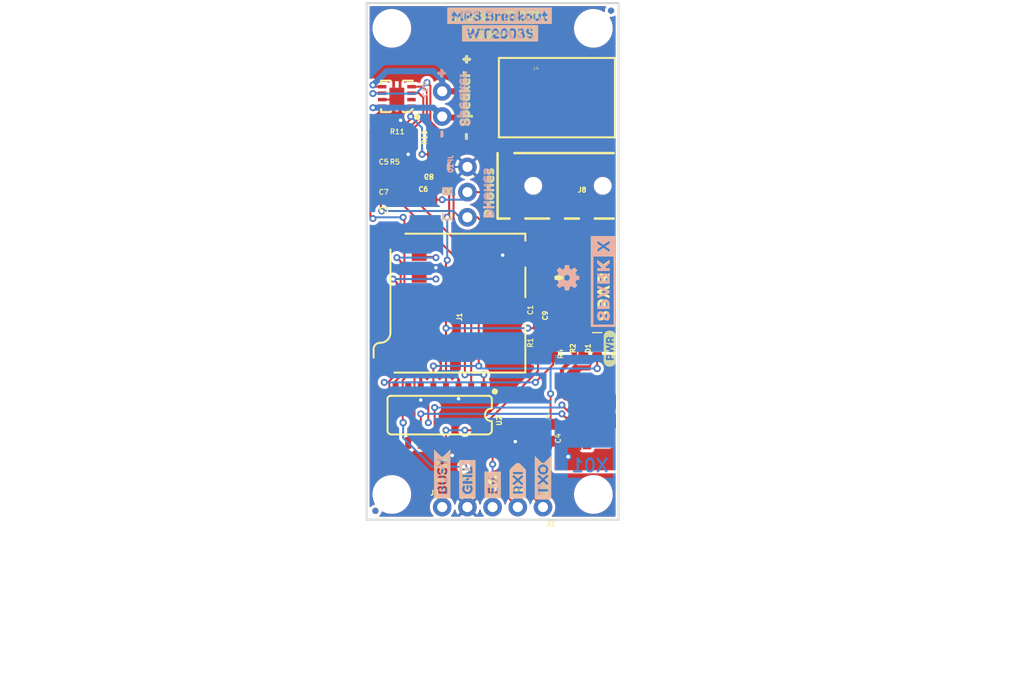
<source format=kicad_pcb>
(kicad_pcb (version 20211014) (generator pcbnew)
  (layers (0 "F.Cu" signal) (31 "B.Cu" signal) (34 "B.Paste" user) (35 "F.Paste" user) (36 "B.SilkS" user "B.Silkscreen") (37 "F.SilkS" user "F.Silkscreen") (38 "B.Mask" user) (39 "F.Mask" user) (44 "Edge.Cuts" user))
  (net 0 "")
  (net 1 "GND")
  (net 2 "SD_CMD")
  (net 3 "SD_CLK")
  (net 4 "SD_DAT")
  (net 5 "OUT+")
  (net 6 "OUT-")
  (net 7 "~{SDN}")
  (net 8 "IN-AMP")
  (net 9 "IN+AMP")
  (net 10 "N$8")
  (net 11 "N$9")
  (net 12 "5V")
  (net 13 "D-")
  (net 14 "D+")
  (net 15 "MP3-TXO")
  (net 16 "MP3-RXI")
  (net 17 "VCCIO")
  (net 18 "ADKEY")
  (net 19 "VOUTR")
  (net 20 "VOUTL")
  (net 21 "N$5")
  (net 22 "AC-L")
  (net 23 "AC-R")
  (net 24 "N$1")
  (net 25 "SHLD")
  (footprint "eagleBoard:L12" (layer "F.Cu") (at 143.9291 101.8286 90)
    (fp_text reference "U$41" hide)
    (fp_text value "" hide)
  )
  (footprint "eagleBoard:0603" (layer "F.Cu") (at 141.5161 97.2566)
    (fp_text reference "C8")
    (fp_text value "0.1uF")
  )
  (footprint "eagleBoard:1X04_NO_SILK" (layer "F.Cu") (at 153.5811 129.7686 180)
    (fp_text reference "J2")
    (fp_text value "Header")
  )
  (footprint "eagleBoard:STAND-OFF" (layer "F.Cu") (at 138.3411 81.5086)
    (fp_text reference "JP4" hide)
    (fp_text value "STAND-OFF" hide)
  )
  (footprint "eagleBoard:SPEAKER1" (layer "F.Cu") (at 145.7071 92.3036 90)
    (fp_text reference "U$20" hide)
    (fp_text value "" hide)
  )
  (footprint "eagleBoard:#6" (layer "F.Cu") (at 143.8021 97.0026 90)
    (fp_text reference "U$10" hide)
    (fp_text value "" hide)
  )
  (footprint "eagleBoard:0603" (layer "F.Cu") (at 138.0871 95.7326)
    (fp_text reference "R5")
    (fp_text value "10k")
  )
  (footprint "eagleBoard:1X02_POKEHOME" (layer "F.Cu") (at 153.8351 88.4936 180)
    (fp_text reference "J4")
    (fp_text value "Poke-Home")
  )
  (footprint "eagleBoard:1X01_NO_SILK" (layer "F.Cu") (at 143.4211 129.7686)
    (fp_text reference "J3")
    (fp_text value "")
  )
  (footprint "eagleBoard:CREATIVE_COMMONS" (layer "F.Cu") (at 119.1641 146.9136)
    (fp_text reference "FRAME1" hide)
    (fp_text value "FRAME-LETTER" hide)
  )
  (footprint "eagleBoard:MP3_BREAKOUT0" (layer "F.Cu") (at 143.4211 80.2386)
    (fp_text reference "U$12" hide)
    (fp_text value "" hide)
  )
  (footprint "eagleBoard:AUDIO_JACK_3.5MM_TRRS_SMD_RA" (layer "F.Cu") (at 161.2011 97.3836 180)
    (fp_text reference "J8")
    (fp_text value "3.5mm Audio")
  )
  (footprint "eagleBoard:5V0" (layer "F.Cu") (at 148.5011 129.3876 90)
    (fp_text reference "U$29" hide)
    (fp_text value "" hide)
  )
  (footprint "eagleBoard:RXI0" (layer "F.Cu") (at 151.0411 129.3876 90)
    (fp_text reference "U$23" hide)
    (fp_text value "" hide)
  )
  (footprint "eagleBoard:STAND-OFF" (layer "F.Cu") (at 158.6611 128.4986)
    (fp_text reference "JP11" hide)
    (fp_text value "STAND-OFF" hide)
  )
  (footprint "eagleBoard:0603" (layer "F.Cu") (at 154.5971 113.7666 -90)
    (fp_text reference "R4")
    (fp_text value "2.2k")
  )
  (footprint "eagleBoard:BUSY0" (layer "F.Cu") (at 143.4211 129.3876 90)
    (fp_text reference "U$13" hide)
    (fp_text value "" hide)
  )
  (footprint "eagleBoard:LED-0603" (layer "F.Cu") (at 159.0421 113.7666 90)
    (fp_text reference "D1")
    (fp_text value "RED")
  )
  (footprint "eagleBoard:WT2003S0" (layer "F.Cu") (at 144.9451 82.0166)
    (fp_text reference "U$26" hide)
    (fp_text value "" hide)
  )
  (footprint "eagleBoard:0603" (layer "F.Cu") (at 142.4051 93.3196 90)
    (fp_text reference "R10")
    (fp_text value "10k" hide)
  )
  (footprint "eagleBoard:0603" (layer "F.Cu") (at 138.0871 94.2086 180)
    (fp_text reference "C5")
    (fp_text value "1.0uF")
  )
  (footprint "eagleBoard:SO16" (layer "F.Cu") (at 143.1671 120.4976 180)
    (fp_text reference "U2")
    (fp_text value "WT2003S")
  )
  (footprint "eagleBoard:RXI0" (layer "F.Cu") (at 151.0411 129.3876 90)
    (fp_text reference "U$7" hide)
    (fp_text value "" hide)
  )
  (footprint "eagleBoard:0603" (layer "F.Cu") (at 157.6451 113.7666 90)
    (fp_text reference "R2")
    (fp_text value "1k")
  )
  (footprint "eagleBoard:0603" (layer "F.Cu") (at 141.5161 98.7806)
    (fp_text reference "C6")
    (fp_text value "0.22uF")
  )
  (footprint "eagleBoard:QFN-8_PAD" (layer "F.Cu") (at 138.8491 88.3666 90)
    (fp_text reference "U1" hide)
    (fp_text value "TPA2005D1" hide)
  )
  (footprint "eagleBoard:0603" (layer "F.Cu") (at 154.3431 122.2756 -90)
    (fp_text reference "C4")
    (fp_text value "1.0uF")
  )
  (footprint "eagleBoard:TXO0" (layer "F.Cu") (at 153.5811 129.5146 90)
    (fp_text reference "U$6" hide)
    (fp_text value "" hide)
  )
  (footprint "eagleBoard:STAND-OFF" (layer "F.Cu") (at 138.3411 128.4986)
    (fp_text reference "JP13" hide)
    (fp_text value "STAND-OFF" hide)
  )
  (footprint "eagleBoard:STAND-OFF" (layer "F.Cu") (at 158.6611 81.5086)
    (fp_text reference "JP3" hide)
    (fp_text value "STAND-OFF" hide)
  )
  (footprint "eagleBoard:0603" (layer "F.Cu") (at 138.0871 98.7806 180)
    (fp_text reference "C3")
    (fp_text value "0.22uF")
  )
  (footprint "eagleBoard:#6" (layer "F.Cu") (at 145.5801 93.9546 90)
    (fp_text reference "U$25" hide)
    (fp_text value "" hide)
  )
  (footprint "eagleBoard:R11" (layer "F.Cu") (at 143.9291 99.2886 90)
    (fp_text reference "U$39" hide)
    (fp_text value "" hide)
  )
  (footprint "eagleBoard:0603" (layer "F.Cu") (at 141.5161 95.7326 180)
    (fp_text reference "R9")
    (fp_text value "10k")
  )
  (footprint "eagleBoard:0603" (layer "F.Cu") (at 138.0871 97.2566 180)
    (fp_text reference "C7")
    (fp_text value "0.1uF")
  )
  (footprint "eagleBoard:SPARKX-MEDIUM" (layer "F.Cu") (at 159.6771 107.0356 90)
    (fp_text reference "U$2" hide)
    (fp_text value "SPARKX-LOGO4" hide)
  )
  (footprint "eagleBoard:GND1" (layer "F.Cu") (at 145.9611 129.3876 90)
    (fp_text reference "U$22" hide)
    (fp_text value "" hide)
  )
  (footprint "eagleBoard:MICRO-FIDUCIAL" (layer "F.Cu") (at 160.4391 79.7306)
    (fp_text reference "JP1" hide)
    (fp_text value "FIDUCIALUFIDUCIAL" hide)
  )
  (footprint "eagleBoard:PWR-()-03" (layer "F.Cu") (at 160.3121 115.6716 90)
    (fp_text reference "U$17" hide)
    (fp_text value "" hide)
  )
  (footprint "eagleBoard:MICRO-SD-SOCKET" (layer "F.Cu") (at 151.8031 102.2096 90)
    (fp_text reference "J1")
    (fp_text value "MICRO-SD")
  )
  (footprint "eagleBoard:#5" (layer "F.Cu") (at 145.7071 86.2076 90)
    (fp_text reference "U$28" hide)
    (fp_text value "" hide)
  )
  (footprint "eagleBoard:USB-MICROB-PTH-MILL" (layer "F.Cu") (at 157.0101 120.1166 90)
    (fp_text reference "J6")
    (fp_text value "")
  )
  (footprint "eagleBoard:0603" (layer "F.Cu") (at 138.0871 92.6846)
    (fp_text reference "R11")
    (fp_text value "4.7k" hide)
  )
  (footprint "eagleBoard:MICRO-FIDUCIAL" (layer "F.Cu") (at 136.6901 130.1496)
    (fp_text reference "JP5" hide)
    (fp_text value "FIDUCIALUFIDUCIAL" hide)
  )
  (footprint "eagleBoard:0603" (layer "F.Cu") (at 153.0731 110.4646 90)
    (fp_text reference "C1")
    (fp_text value "10uF")
  )
  (footprint "eagleBoard:PHONES0" (layer "F.Cu") (at 148.1201 101.7016 90)
    (fp_text reference "U$40" hide)
    (fp_text value "" hide)
  )
  (footprint "eagleBoard:OSHW-LOGO-MINI" (layer "F.Cu") (at 155.9941 106.6546 90)
    (fp_text reference "LOGO1" hide)
    (fp_text value "OSHW-LOGOMINI" hide)
  )
  (footprint "eagleBoard:0603" (layer "F.Cu") (at 153.0731 113.7666 90)
    (fp_text reference "R1")
    (fp_text value "10k")
  )
  (footprint "eagleBoard:0603" (layer "F.Cu") (at 154.8511 110.4646 90)
    (fp_text reference "C9")
    (fp_text value "1.0uF")
  )
  (footprint "eagleBoard:SPEAKER1" (layer "B.Cu") (at 145.7071 92.3036 90)
    (fp_text reference "U$18" hide)
    (fp_text value "" hide)
  )
  (footprint "eagleBoard:R11" (layer "B.Cu") (at 143.9291 99.2886 90)
    (fp_text reference "U$4" hide)
    (fp_text value "" hide)
  )
  (footprint "eagleBoard:#6" (layer "B.Cu") (at 143.6751 93.7006 90)
    (fp_text reference "U$21" hide)
    (fp_text value "" hide)
  )
  (footprint "eagleBoard:RXI0" (layer "B.Cu") (at 151.0411 129.3876 90)
    (fp_text reference "U$8" hide)
    (fp_text value "" hide)
  )
  (footprint "eagleBoard:1X03_NO_SILK" (layer "B.Cu") (at 145.9611 95.4786 -90)
    (fp_text reference "JP10")
    (fp_text value "PTH")
  )
  (footprint "eagleBoard:MICRO-FIDUCIAL" (layer "B.Cu") (at 160.4391 79.7306 180)
    (fp_text reference "JP6" hide)
    (fp_text value "FIDUCIALUFIDUCIAL" hide)
  )
  (footprint "eagleBoard:5V0" (layer "B.Cu") (at 148.5011 129.3876 90)
    (fp_text reference "U$30" hide)
    (fp_text value "" hide)
  )
  (footprint "eagleBoard:OSHW-LOGO-MINI@1" (layer "B.Cu") (at 155.9941 106.6546 90)
    (fp_text reference "LOGO2" hide)
    (fp_text value "OSHW-LOGOMINI" hide)
  )
  (footprint "eagleBoard:L12" (layer "B.Cu") (at 143.9291 101.8286 90)
    (fp_text reference "U$3" hide)
    (fp_text value "" hide)
  )
  (footprint "eagleBoard:BUSY0" (layer "B.Cu") (at 143.4211 129.3876 90)
    (fp_text reference "U$14" hide)
    (fp_text value "" hide)
  )
  (footprint "eagleBoard:SPARKX-MEDIUM" (layer "B.Cu") (at 159.6771 107.0356 90)
    (fp_text reference "U$11" hide)
    (fp_text value "SPARKX-LOGO4" hide)
  )
  (footprint "eagleBoard:MP3_BREAKOUT0" (layer "B.Cu") (at 154.9781 80.2386 180)
    (fp_text reference "U$24" hide)
    (fp_text value "" hide)
  )
  (footprint "eagleBoard:GND1" (layer "B.Cu") (at 145.9611 129.3876 90)
    (fp_text reference "U$1" hide)
    (fp_text value "" hide)
  )
  (footprint "eagleBoard:#6" (layer "B.Cu") (at 144.3101 97.0026 90)
    (fp_text reference "U$15" hide)
    (fp_text value "" hide)
  )
  (footprint "eagleBoard:PHONES0" (layer "B.Cu") (at 148.1201 101.7016 90)
    (fp_text reference "U$16" hide)
    (fp_text value "" hide)
  )
  (footprint "eagleBoard:1X02_NO_SILK" (layer "B.Cu") (at 143.4211 87.8586 -90)
    (fp_text reference "JP12")
    (fp_text value "PTH")
  )
  (footprint "eagleBoard:#5" (layer "B.Cu") (at 143.5481 87.6046 90)
    (fp_text reference "U$19" hide)
    (fp_text value "" hide)
  )
  (footprint "eagleBoard:MICRO-FIDUCIAL" (layer "B.Cu") (at 136.6901 130.1496 180)
    (fp_text reference "JP2" hide)
    (fp_text value "FIDUCIALUFIDUCIAL" hide)
  )
  (footprint "eagleBoard:WT2003S0" (layer "B.Cu") (at 153.5811 82.0166 180)
    (fp_text reference "U$27" hide)
    (fp_text value "" hide)
  )
  (footprint "eagleBoard:TXO0" (layer "B.Cu") (at 153.5811 129.5146 90)
    (fp_text reference "U$9" hide)
    (fp_text value "" hide)
  )
  (gr_line (start 135.8011 131.0386) (end 161.2011 131.0386) (layer "Edge.Cuts") (width 0.2032))
  (gr_line (start 161.2011 78.9686) (end 135.8011 78.9686) (layer "Edge.Cuts") (width 0.2032))
  (gr_line (start 135.8011 78.9686) (end 135.8011 131.0386) (layer "Edge.Cuts") (width 0.2032))
  (gr_line (start 161.2011 131.0386) (end 161.2011 78.9686) (layer "Edge.Cuts") (width 0.2032))
  (gr_text "X01" (at 160.3121 126.3396) (layer "B.Cu") (effects (font (size 1.2954 1.2954) (thickness 0.2286)) (justify left bottom mirror)))
  (segment (start 157.2461 104.2596) (end 158.0011 103.5046) (width 0.2032) (layer "F.Cu") (net 1))
  (segment (start 156.7951 112.213707) (end 156.7951 110.3766) (width 0.4064) (layer "F.Cu") (net 1))
  (segment (start 151.4031 104.2596) (end 153.0731 104.2596) (width 0.2032) (layer "F.Cu") (net 1))
  (segment (start 139.1741 86.9791) (end 139.1741 88.1686) (width 0.2032) (layer "F.Cu") (net 1))
  (segment (start 138.5951 90.7796) (end 139.2301 90.7796) (width 0.2032) (layer "F.Cu") (net 1))
  (segment (start 138.5241 88.6916) (end 138.8491 88.3666) (width 0.2032) (layer "F.Cu") (net 1))
  (segment (start 139.1741 89.7541) (end 139.1741 90.7236) (width 0.2032) (layer "F.Cu") (net 1))
  (segment (start 145.9611 95.4786) (end 147.3061 94.1336) (width 0.2032) (layer "F.Cu") (net 1))
  (segment (start 156.7951 113.619494) (end 156.7895 113.613894) (width 0.4064) (layer "F.Cu") (net 1))
  (segment (start 155.8671 115.5446) (end 156.7951 114.6166) (width 0.4064) (layer "F.Cu") (net 1))
  (segment (start 158.0011 97.3586) (end 154.7761 94.1336) (width 0.2032) (layer "F.Cu") (net 1))
  (segment (start 139.1741 86.9791) (end 139.1741 86.0246) (width 0.2032) (layer "F.Cu") (net 1))
  (segment (start 157.0101 118.8166) (end 155.8371 118.8166) (width 0.4064) (layer "F.Cu") (net 1))
  (segment (start 138.5241 89.7541) (end 138.5241 90.7086) (width 0.2032) (layer "F.Cu") (net 1))
  (segment (start 158.0011 100.6336) (end 158.0011 97.3586) (width 0.2032) (layer "F.Cu") (net 1))
  (segment (start 139.1741 88.1686) (end 138.8491 88.4936) (width 0.2032) (layer "F.Cu") (net 1))
  (segment (start 156.7895 112.8776) (end 156.7895 112.219307) (width 0.4064) (layer "F.Cu") (net 1))
  (segment (start 155.8371 118.8166) (end 155.4861 118.4656) (width 0.4064) (layer "F.Cu") (net 1))
  (segment (start 139.1741 90.7236) (end 139.2301 90.7796) (width 0.2032) (layer "F.Cu") (net 1))
  (segment (start 144.4371 119.4816) (end 145.0721 118.8466) (width 0.2032) (layer "F.Cu") (net 1))
  (segment (start 156.7951 114.6166) (end 156.7951 113.619494) (width 0.4064) (layer "F.Cu") (net 1))
  (segment (start 157.6451 114.6166) (end 157.5571 114.5286) (width 0.2032) (layer "F.Cu") (net 1))
  (segment (start 138.9761 85.8266) (end 138.7221 85.8266) (width 0.2032) (layer "F.Cu") (net 1))
  (segment (start 155.4861 118.4656) (end 155.4861 115.9256) (width 0.4064) (layer "F.Cu") (net 1))
  (segment (start 138.8491 88.4936) (end 138.8491 89.1413) (width 0.2032) (layer "F.Cu") (net 1))
  (segment (start 137.3741 88.6916) (end 138.5241 88.6916) (width 0.2032) (layer "F.Cu") (net 1))
  (segment (start 156.7895 113.613894) (end 156.7895 112.8776) (width 0.4064) (layer "F.Cu") (net 1))
  (segment (start 155.4861 115.9256) (end 155.8671 115.5446) (width 0.4064) (layer "F.Cu") (net 1))
  (segment (start 138.9371 94.2086) (end 139.9921 94.2086) (width 0.2032) (layer "F.Cu") (net 1))
  (segment (start 154.5971 112.9166) (end 156.7505 112.9166) (width 0.4064) (layer "F.Cu") (net 1))
  (segment (start 151.4031 104.2596) (end 149.6261 104.2596) (width 0.2032) (layer "F.Cu") (net 1))
  (segment (start 138.5241 86.0246) (end 138.7221 85.8266) (width 0.2032) (layer "F.Cu") (net 1))
  (segment (start 138.5241 89.7541) (end 138.5241 88.6916) (width 0.2032) (layer "F.Cu") (net 1))
  (segment (start 145.0721 118.8466) (end 145.0721 117.6976) (width 0.2032) (layer "F.Cu") (net 1))
  (segment (start 154.3431 123.1256) (end 150.8261 123.1256) (width 0.2032) (layer "F.Cu") (net 1))
  (segment (start 153.0731 109.6146) (end 153.0731 104.2596) (width 0.2032) (layer "F.Cu") (net 1))
  (segment (start 154.8511 109.6146) (end 153.5811 109.6146) (width 0.4064) (layer "F.Cu") (net 1))
  (segment (start 147.3061 94.1336) (end 149.9011 94.1336) (width 0.2032) (layer "F.Cu") (net 1))
  (segment (start 145.9611 129.7686) (end 144.4371 128.2446) (width 0.2032) (layer "F.Cu") (net 1))
  (segment (start 156.7505 112.9166) (end 156.7895 112.8776) (width 0.4064) (layer "F.Cu") (net 1))
  (segment (start 138.5241 90.7086) (end 138.5951 90.7796) (width 0.2032) (layer "F.Cu") (net 1))
  (segment (start 150.8261 123.1256) (end 150.7871 123.1646) (width 0.2032) (layer "F.Cu") (net 1))
  (segment (start 157.5571 114.5286) (end 156.674181 114.5286) (width 0.2032) (layer "F.Cu") (net 1))
  (segment (start 138.5241 86.9791) (end 138.5241 86.0246) (width 0.2032) (layer "F.Cu") (net 1))
  (segment (start 144.4371 124.5616) (end 144.4371 119.4816) (width 0.2032) (layer "F.Cu") (net 1))
  (segment (start 156.7895 112.219307) (end 156.7951 112.213707) (width 0.4064) (layer "F.Cu") (net 1))
  (segment (start 140.9141 105.6386) (end 140.9031 105.6496) (width 0.2032) (layer "F.Cu") (net 1))
  (segment (start 144.4371 128.2446) (end 144.4371 124.5616) (width 0.2032) (layer "F.Cu") (net 1))
  (segment (start 138.8491 88.3666) (end 138.8491 88.4936) (width 0.2032) (layer "F.Cu") (net 1))
  (segment (start 141.2621 117.6976) (end 141.2621 118.9736) (width 0.2032) (layer "F.Cu") (net 1))
  (segment (start 142.7861 105.6386) (end 140.9141 105.6386) (width 0.2032) (layer "F.Cu") (net 1))
  (segment (start 154.7761 94.1336) (end 149.9011 94.1336) (width 0.2032) (layer "F.Cu") (net 1))
  (segment (start 149.6261 104.2596) (end 149.5171 104.3686) (width 0.2032) (layer "F.Cu") (net 1))
  (segment (start 158.0011 103.5046) (end 158.0011 100.6336) (width 0.2032) (layer "F.Cu") (net 1))
  (segment (start 139.1741 86.0246) (end 138.9761 85.8266) (width 0.2032) (layer "F.Cu") (net 1))
  (segment (start 153.0731 104.2596) (end 157.2461 104.2596) (width 0.2032) (layer "F.Cu") (net 1))
  (segment (start 156.7951 110.3766) (end 156.0331 109.6146) (width 0.4064) (layer "F.Cu") (net 1))
  (segment (start 156.7951 114.6166) (end 157.6451 114.6166) (width 0.4064) (layer "F.Cu") (net 1))
  (segment (start 156.0331 109.6146) (end 154.8511 109.6146) (width 0.4064) (layer "F.Cu") (net 1))
  (segment (start 153.5811 109.6146) (end 153.0731 109.6146) (width 0.2032) (layer "F.Cu") (net 1))
  (via (at 144.4371 124.5616) (size 0.7056) (drill 0.35) (layers "F.Cu" "B.Cu") (net 1))
  (via (at 150.7871 123.1646) (size 0.7056) (drill 0.35) (layers "F.Cu" "B.Cu") (net 1))
  (via (at 149.5171 104.3686) (size 0.7056) (drill 0.35) (layers "F.Cu" "B.Cu") (net 1))
  (via (at 141.2621 118.9736) (size 0.7056) (drill 0.35) (layers "F.Cu" "B.Cu") (net 1))
  (via (at 145.0721 118.8466) (size 0.7056) (drill 0.35) (layers "F.Cu" "B.Cu") (net 1))
  (via (at 142.7861 105.6386) (size 0.7056) (drill 0.35) (layers "F.Cu" "B.Cu") (net 1))
  (via (at 139.2301 90.7796) (size 0.7056) (drill 0.35) (layers "F.Cu" "B.Cu") (net 1))
  (via (at 139.9921 94.2086) (size 0.7056) (drill 0.35) (layers "F.Cu" "B.Cu") (net 1))
  (segment (start 144.5641 124.4346) (end 149.5171 124.4346) (width 0.2032) (layer "B.Cu") (net 1))
  (segment (start 148.1201 105.7656) (end 142.9131 105.7656) (width 0.2032) (layer "B.Cu") (net 1))
  (segment (start 145.9611 95.4786) (end 141.2621 95.4786) (width 0.2032) (layer "B.Cu") (net 1))
  (segment (start 149.5171 124.4346) (end 150.7871 123.1646) (width 0.2032) (layer "B.Cu") (net 1))
  (segment (start 144.5641 124.4346) (end 144.4371 124.5616) (width 0.2032) (layer "B.Cu") (net 1))
  (segment (start 139.9921 94.2086) (end 139.9921 91.5416) (width 0.2032) (layer "B.Cu") (net 1))
  (segment (start 141.3891 118.8466) (end 141.2621 118.9736) (width 0.2032) (layer "B.Cu") (net 1))
  (segment (start 145.0721 118.8466) (end 141.3891 118.8466) (width 0.2032) (layer "B.Cu") (net 1))
  (segment (start 141.2621 95.4786) (end 139.9921 94.2086) (width 0.2032) (layer "B.Cu") (net 1))
  (segment (start 142.9131 105.7656) (end 142.7861 105.6386) (width 0.2032) (layer "B.Cu") (net 1))
  (segment (start 149.5171 104.3686) (end 148.1201 105.7656) (width 0.2032) (layer "B.Cu") (net 1))
  (segment (start 139.9921 91.5416) (end 139.2301 90.7796) (width 0.2032) (layer "B.Cu") (net 1))
  (segment (start 139.9921 123.2976) (end 140.6271 122.6626) (width 0.2032) (layer "F.Cu") (net 2))
  (segment (start 139.9667 109.324075) (end 140.341175 108.9496) (width 0.2032) (layer "F.Cu") (net 2))
  (segment (start 140.341175 108.9496) (end 141.1031 108.9496) (width 0.2032) (layer "F.Cu") (net 2))
  (segment (start 140.6271 122.6626) (end 140.6271 116.4336) (width 0.2032) (layer "F.Cu") (net 2))
  (segment (start 139.9667 115.7732) (end 139.9667 109.324075) (width 0.2032) (layer "F.Cu") (net 2))
  (segment (start 140.6271 116.4336) (end 139.9667 115.7732) (width 0.2032) (layer "F.Cu") (net 2))
  (segment (start 138.7221 123.2976) (end 138.0871 122.6626) (width 0.2032) (layer "F.Cu") (net 3))
  (segment (start 138.8491 107.1626) (end 138.4681 106.7816) (width 0.2032) (layer "F.Cu") (net 3))
  (segment (start 138.8491 116.3066) (end 138.8491 107.1626) (width 0.2032) (layer "F.Cu") (net 3))
  (segment (start 142.7541 106.7496) (end 141.1031 106.7496) (width 0.2032) (layer "F.Cu") (net 3))
  (segment (start 142.7861 106.7816) (end 142.7541 106.7496) (width 0.2032) (layer "F.Cu") (net 3))
  (segment (start 137.9601 117.1956) (end 138.0871 117.0686) (width 0.2032) (layer "F.Cu") (net 3))
  (segment (start 154.5971 115.4176) (end 152.8191 117.1956) (width 0.2032) (layer "F.Cu") (net 3))
  (segment (start 137.5791 117.1956) (end 137.9601 117.1956) (width 0.2032) (layer "F.Cu") (net 3))
  (segment (start 154.5971 114.6166) (end 154.5971 115.4176) (width 0.2032) (layer "F.Cu") (net 3))
  (segment (start 138.0871 122.6626) (end 138.0871 117.0686) (width 0.2032) (layer "F.Cu") (net 3))
  (segment (start 138.0871 117.0686) (end 138.8491 116.3066) (width 0.2032) (layer "F.Cu") (net 3))
  (via (at 137.5791 117.1956) (size 0.7056) (drill 0.35) (layers "F.Cu" "B.Cu") (net 3))
  (via (at 138.4681 106.7816) (size 0.7056) (drill 0.35) (layers "F.Cu" "B.Cu") (net 3))
  (via (at 152.8191 117.1956) (size 0.7056) (drill 0.35) (layers "F.Cu" "B.Cu") (net 3))
  (via (at 142.7861 106.7816) (size 0.7056) (drill 0.35) (layers "F.Cu" "B.Cu") (net 3))
  (segment (start 138.4681 106.7816) (end 142.7861 106.7816) (width 0.2032) (layer "B.Cu") (net 3))
  (segment (start 152.8191 117.1956) (end 137.5791 117.1956) (width 0.2032) (layer "B.Cu") (net 3))
  (segment (start 139.2301 116.5606) (end 139.2301 105.0036) (width 0.2032) (layer "F.Cu") (net 4))
  (segment (start 138.8491 104.6226) (end 139.2301 105.0036) (width 0.2032) (layer "F.Cu") (net 4))
  (segment (start 138.7221 117.0686) (end 139.2301 116.5606) (width 0.2032) (layer "F.Cu") (net 4))
  (segment (start 142.7131 104.5496) (end 141.1031 104.5496) (width 0.2032) (layer "F.Cu") (net 4))
  (segment (start 142.7861 104.6226) (end 142.7131 104.5496) (width 0.2032) (layer "F.Cu") (net 4))
  (segment (start 138.7221 117.6976) (end 138.7221 117.0686) (width 0.2032) (layer "F.Cu") (net 4))
  (via (at 142.7861 104.6226) (size 0.7056) (drill 0.35) (layers "F.Cu" "B.Cu") (net 4))
  (via (at 138.8491 104.6226) (size 0.7056) (drill 0.35) (layers "F.Cu" "B.Cu") (net 4))
  (segment (start 142.7861 104.6226) (end 138.8491 104.6226) (width 0.2032) (layer "B.Cu") (net 4))
  (segment (start 136.6041 87.3916) (end 136.4361 87.2236) (width 0.2032) (layer "F.Cu") (net 5))
  (segment (start 144.6911 87.8586) (end 143.4211 87.8586) (width 0.6096) (layer "F.Cu") (net 5))
  (segment (start 146.0561 86.4936) (end 144.6911 87.8586) (width 0.6096) (layer "F.Cu") (net 5))
  (segment (start 157.8351 86.4936) (end 148.5851 86.4936) (width 0.6096) (layer "F.Cu") (net 5))
  (segment (start 137.3741 87.3916) (end 136.6041 87.3916) (width 0.2032) (layer "F.Cu") (net 5))
  (segment (start 148.5851 86.4936) (end 146.0561 86.4936) (width 0.6096) (layer "F.Cu") (net 5))
  (via (at 136.4361 87.2236) (size 0.7056) (drill 0.35) (layers "F.Cu" "B.Cu") (net 5))
  (segment (start 142.5321 85.8266) (end 143.4211 86.7156) (width 0.6096) (layer "B.Cu") (net 5))
  (segment (start 136.4361 87.2236) (end 137.8331 85.8266) (width 0.6096) (layer "B.Cu") (net 5))
  (segment (start 143.4211 86.7156) (end 143.4211 87.8586) (width 0.6096) (layer "B.Cu") (net 5))
  (segment (start 137.8331 85.8266) (end 142.5321 85.8266) (width 0.6096) (layer "B.Cu") (net 5))
  (segment (start 143.5161 90.4936) (end 143.4211 90.3986) (width 0.6096) (layer "F.Cu") (net 6))
  (segment (start 148.5851 90.4936) (end 143.5161 90.4936) (width 0.6096) (layer "F.Cu") (net 6))
  (segment (start 156.1211 90.3986) (end 156.2161 90.4936) (width 0.6096) (layer "F.Cu") (net 6))
  (segment (start 156.0261 90.4936) (end 156.1211 90.3986) (width 0.6096) (layer "F.Cu") (net 6))
  (segment (start 137.3741 89.3416) (end 136.6041 89.3416) (width 0.2032) (layer "F.Cu") (net 6))
  (segment (start 136.6041 89.3416) (end 136.4361 89.5096) (width 0.2032) (layer "F.Cu") (net 6))
  (segment (start 148.5851 90.4936) (end 156.0261 90.4936) (width 0.6096) (layer "F.Cu") (net 6))
  (segment (start 156.2161 90.4936) (end 157.8351 90.4936) (width 0.6096) (layer "F.Cu") (net 6))
  (via (at 136.4361 89.5096) (size 0.7056) (drill 0.35) (layers "F.Cu" "B.Cu") (net 6))
  (segment (start 143.4211 90.3986) (end 142.5321 89.5096) (width 0.6096) (layer "B.Cu") (net 6))
  (segment (start 136.4361 89.5096) (end 142.5321 89.5096) (width 0.6096) (layer "B.Cu") (net 6))
  (segment (start 145.5801 123.8056) (end 145.0721 123.2976) (width 0.2032) (layer "F.Cu") (net 7))
  (segment (start 139.6111 116.819388) (end 139.4381 116.992388) (width 0.2032) (layer "F.Cu") (net 7))
  (segment (start 136.1821 91.7956) (end 136.4361 91.5416) (width 0.2032) (layer "F.Cu") (net 7))
  (segment (start 136.1821 100.4316) (end 136.1821 91.7956) (width 0.2032) (layer "F.Cu") (net 7))
  (segment (start 139.6111 100.6856) (end 139.6111 116.819388) (width 0.2032) (layer "F.Cu") (net 7))
  (segment (start 139.4381 121.2136) (end 139.4841 121.2596) (width 0.2032) (layer "F.Cu") (net 7))
  (segment (start 142.3661 94.2086) (end 142.4051 94.1696) (width 0.2032) (layer "F.Cu") (net 7))
  (segment (start 140.3241 90.3206) (end 140.2461 90.3986) (width 0.2032) (layer "F.Cu") (net 7))
  (segment (start 139.4381 116.992388) (end 139.4381 121.2136) (width 0.2032) (layer "F.Cu") (net 7))
  (segment (start 140.3241 89.3416) (end 140.3241 90.3206) (width 0.2032) (layer "F.Cu") (net 7))
  (segment (start 140.2461 90.6526) (end 140.2461 90.3986) (width 0.2032) (layer "F.Cu") (net 7))
  (segment (start 145.5801 125.7046) (end 145.5801 123.8056) (width 0.2032) (layer "F.Cu") (net 7))
  (segment (start 136.4361 100.6856) (end 136.1821 100.4316) (width 0.2032) (layer "F.Cu") (net 7))
  (segment (start 139.3571 91.5416) (end 140.2461 90.6526) (width 0.2032) (layer "F.Cu") (net 7))
  (segment (start 136.4361 91.5416) (end 139.3571 91.5416) (width 0.2032) (layer "F.Cu") (net 7))
  (segment (start 139.4841 100.5586) (end 139.6111 100.6856) (width 0.2032) (layer "F.Cu") (net 7))
  (segment (start 141.3891 94.2086) (end 142.3661 94.2086) (width 0.2032) (layer "F.Cu") (net 7))
  (via (at 136.4361 100.6856) (size 0.7056) (drill 0.35) (layers "F.Cu" "B.Cu") (net 7))
  (via (at 140.2461 90.3986) (size 0.7056) (drill 0.35) (layers "F.Cu" "B.Cu") (net 7))
  (via (at 139.4841 100.5586) (size 0.7056) (drill 0.35) (layers "F.Cu" "B.Cu") (net 7))
  (via (at 141.3891 94.2086) (size 0.7056) (drill 0.35) (layers "F.Cu" "B.Cu") (net 7))
  (via (at 145.5801 125.7046) (size 0.7366) (drill 0.381) (layers "F.Cu" "B.Cu") (net 7))
  (via (at 139.4841 121.2596) (size 0.7366) (drill 0.381) (layers "F.Cu" "B.Cu") (net 7))
  (segment (start 139.4841 100.5586) (end 136.5631 100.5586) (width 0.2032) (layer "B.Cu") (net 7))
  (segment (start 143.4211 125.7046) (end 142.4051 125.7046) (width 0.2032) (layer "B.Cu") (net 7))
  (segment (start 145.5801 125.7046) (end 143.4211 125.7046) (width 0.2032) (layer "B.Cu") (net 7))
  (segment (start 140.2461 90.3986) (end 141.3891 91.5416) (width 0.2032) (layer "B.Cu") (net 7))
  (segment (start 141.3891 91.5416) (end 141.3891 94.2086) (width 0.2032) (layer "B.Cu") (net 7))
  (segment (start 136.5631 100.5586) (end 136.4361 100.6856) (width 0.2032) (layer "B.Cu") (net 7))
  (segment (start 139.4841 122.7836) (end 139.4841 121.2596) (width 0.2032) (layer "B.Cu") (net 7))
  (segment (start 142.4051 125.7046) (end 139.4841 122.7836) (width 0.2032) (layer "B.Cu") (net 7))
  (segment (start 143.4211 129.7686) (end 143.4211 125.7046) (width 0.2032) (layer "B.Cu") (net 7))
  (segment (start 141.8717 90.2529) (end 141.8717 87.8332) (width 0.2032) (layer "F.Cu") (net 8))
  (segment (start 140.6661 91.4585) (end 141.8717 90.2529) (width 0.2032) (layer "F.Cu") (net 8))
  (segment (start 141.8717 87.8332) (end 141.4301 87.3916) (width 0.2032) (layer "F.Cu") (net 8))
  (segment (start 140.6661 95.7326) (end 138.9371 95.7326) (width 0.2032) (layer "F.Cu") (net 8))
  (segment (start 141.4301 87.3916) (end 140.3241 87.3916) (width 0.2032) (layer "F.Cu") (net 8))
  (segment (start 140.6661 95.7326) (end 140.6661 91.4585) (width 0.2032) (layer "F.Cu") (net 8))
  (segment (start 141.5161 90.1056) (end 141.5161 88.4936) (width 0.2032) (layer "F.Cu") (net 9))
  (segment (start 141.0561 88.0336) (end 140.3321 88.0336) (width 0.2032) (layer "F.Cu") (net 9))
  (segment (start 138.9371 92.6846) (end 141.5161 90.1056) (width 0.2032) (layer "F.Cu") (net 9))
  (segment (start 141.5161 88.4936) (end 141.0561 88.0336) (width 0.2032) (layer "F.Cu") (net 9))
  (segment (start 140.3321 88.0336) (end 140.3241 88.0416) (width 0.2032) (layer "F.Cu") (net 9))
  (segment (start 137.2371 92.6846) (end 137.2371 94.2086) (width 0.2032) (layer "F.Cu") (net 10))
  (segment (start 137.2371 97.2566) (end 137.2371 95.7326) (width 0.2032) (layer "F.Cu") (net 11))
  (segment (start 142.2273 90.893094) (end 142.2273 87.2998) (width 0.2032) (layer "F.Cu") (net 12))
  (segment (start 147.1041 104.1146) (end 144.5641 101.5746) (width 0.2032) (layer "F.Cu") (net 12))
  (segment (start 142.926606 91.5924) (end 142.2273 90.893094) (width 0.2032) (layer "F.Cu") (net 12))
  (segment (start 154.383518 121.385182) (end 154.3431 121.4256) (width 0.2032) (layer "F.Cu") (net 12))
  (segment (start 142.2273 87.2998) (end 141.8971 86.9696) (width 0.2032) (layer "F.Cu") (net 12))
  (segment (start 157.0101 121.4166) (end 154.3521 121.4166) (width 0.4064) (layer "F.Cu") (net 12))
  (segment (start 144.5641 101.5746) (end 144.5641 94.6286) (width 0.2032) (layer "F.Cu") (net 12))
  (segment (start 150.7481 121.4256) (end 154.3431 121.4256) (width 0.2032) (layer "F.Cu") (net 12))
  (segment (start 144.5641 94.6286) (end 143.9096 93.9741) (width 0.2032) (layer "F.Cu") (net 12))
  (segment (start 143.9096 93.9741) (end 143.9096 92.564888) (width 0.2032) (layer "F.Cu") (net 12))
  (segment (start 143.9096 92.564888) (end 142.937112 91.5924) (width 0.2032) (layer "F.Cu") (net 12))
  (segment (start 154.3521 121.4166) (end 154.3431 121.4256) (width 0.4064) (layer "F.Cu") (net 12))
  (segment (start 148.5011 123.6726) (end 150.7481 121.4256) (width 0.2032) (layer "F.Cu") (net 12))
  (segment (start 142.937112 91.5924) (end 142.926606 91.5924) (width 0.2032) (layer "F.Cu") (net 12))
  (segment (start 148.5011 125.4506) (end 148.5011 123.6726) (width 0.2032) (layer "F.Cu") (net 12))
  (segment (start 159.0421 114.6436) (end 159.0421 115.7986) (width 0.2032) (layer "F.Cu") (net 12))
  (segment (start 142.0241 119.2276) (end 142.5321 118.7196) (width 0.2032) (layer "F.Cu") (net 12))
  (segment (start 142.5321 118.7196) (end 142.5321 117.6976) (width 0.2032) (layer "F.Cu") (net 12))
  (segment (start 142.0241 121.2596) (end 142.0241 119.2276) (width 0.2032) (layer "F.Cu") (net 12))
  (segment (start 154.3431 121.4256) (end 154.3431 118.3386) (width 0.2032) (layer "F.Cu") (net 12))
  (segment (start 142.5321 115.5446) (end 142.5321 117.6976) (width 0.2032) (layer "F.Cu") (net 12))
  (segment (start 147.1041 115.5446) (end 147.1041 104.1146) (width 0.2032) (layer "F.Cu") (net 12))
  (segment (start 136.4761 88.0416) (end 136.4361 88.0816) (width 0.2032) (layer "F.Cu") (net 12))
  (segment (start 137.3741 88.0416) (end 136.4761 88.0416) (width 0.2032) (layer "F.Cu") (net 12))
  (via (at 136.4361 88.0816) (size 0.7056) (drill 0.35) (layers "F.Cu" "B.Cu") (net 12))
  (via (at 142.0241 121.2596) (size 0.7056) (drill 0.35) (layers "F.Cu" "B.Cu") (net 12))
  (via (at 142.5321 115.5446) (size 0.7056) (drill 0.35) (layers "F.Cu" "B.Cu") (net 12))
  (via (at 148.5011 125.4506) (size 0.7056) (drill 0.35) (layers "F.Cu" "B.Cu") (net 12))
  (via (at 154.3431 118.3386) (size 0.7056) (drill 0.35) (layers "F.Cu" "B.Cu") (net 12))
  (via (at 141.8971 86.9696) (size 0.7056) (drill 0.35) (layers "F.Cu" "B.Cu") (net 12))
  (via (at 159.0421 115.7986) (size 0.7366) (drill 0.381) (layers "F.Cu" "B.Cu") (net 12))
  (via (at 147.1041 115.5446) (size 0.7056) (drill 0.35) (layers "F.Cu" "B.Cu") (net 12))
  (segment (start 141.8971 86.9696) (end 140.7851 88.0816) (width 0.2032) (layer "B.Cu") (net 12))
  (segment (start 154.3431 115.7986) (end 147.3581 115.7986) (width 0.2032) (layer "B.Cu") (net 12))
  (segment (start 148.5011 129.7686) (end 148.5011 125.4506) (width 0.2032) (layer "B.Cu") (net 12))
  (segment (start 136.4361 88.0816) (end 140.7851 88.0816) (width 0.2032) (layer "B.Cu") (net 12))
  (segment (start 154.3431 118.3386) (end 154.3431 115.7986) (width 0.2032) (layer "B.Cu") (net 12))
  (segment (start 159.0421 115.7986) (end 154.3431 115.7986) (width 0.2032) (layer "B.Cu") (net 12))
  (segment (start 147.1041 115.5446) (end 142.5321 115.5446) (width 0.2032) (layer "B.Cu") (net 12))
  (segment (start 147.3581 115.7986) (end 147.1041 115.5446) (width 0.2032) (layer "B.Cu") (net 12))
  (segment (start 141.2621 120.3706) (end 141.2621 123.2976) (width 0.2032) (layer "F.Cu") (net 13))
  (segment (start 155.8821 120.7666) (end 157.0101 120.7666) (width 0.2032) (layer "F.Cu") (net 13))
  (segment (start 155.4861 120.3706) (end 155.8821 120.7666) (width 0.2032) (layer "F.Cu") (net 13))
  (via (at 155.4861 120.3706) (size 0.7056) (drill 0.35) (layers "F.Cu" "B.Cu") (net 13))
  (via (at 141.2621 120.3706) (size 0.7056) (drill 0.35) (layers "F.Cu" "B.Cu") (net 13))
  (segment (start 155.4861 120.3706) (end 141.2621 120.3706) (width 0.2032) (layer "B.Cu") (net 13))
  (segment (start 156.1211 120.1166) (end 157.0101 120.1166) (width 0.2032) (layer "F.Cu") (net 14))
  (segment (start 155.4861 119.4816) (end 156.1211 120.1166) (width 0.2032) (layer "F.Cu") (net 14))
  (segment (start 142.6591 119.7356) (end 142.6591 123.1706) (width 0.2032) (layer "F.Cu") (net 14))
  (segment (start 142.6591 123.1706) (end 142.5321 123.2976) (width 0.2032) (layer "F.Cu") (net 14))
  (via (at 155.4861 119.4816) (size 0.7056) (drill 0.35) (layers "F.Cu" "B.Cu") (net 14))
  (via (at 142.6591 119.7356) (size 0.7056) (drill 0.35) (layers "F.Cu" "B.Cu") (net 14))
  (segment (start 155.2321 119.7356) (end 155.4861 119.4816) (width 0.2032) (layer "B.Cu") (net 14))
  (segment (start 142.6591 119.7356) (end 155.2321 119.7356) (width 0.2032) (layer "B.Cu") (net 14))
  (segment (start 150.0251 128.2446) (end 147.6121 125.8316) (width 0.2032) (layer "F.Cu") (net 15))
  (segment (start 152.0571 128.2446) (end 150.0251 128.2446) (width 0.2032) (layer "F.Cu") (net 15))
  (segment (start 147.6121 125.8316) (end 147.6121 123.2976) (width 0.2032) (layer "F.Cu") (net 15))
  (segment (start 153.5811 129.7686) (end 152.0571 128.2446) (width 0.2032) (layer "F.Cu") (net 15))
  (segment (start 146.3421 125.0696) (end 146.3421 123.2976) (width 0.2032) (layer "F.Cu") (net 16))
  (segment (start 151.0411 129.7686) (end 146.3421 125.0696) (width 0.2032) (layer "F.Cu") (net 16))
  (segment (start 153.0731 112.9166) (end 153.0731 111.3146) (width 0.2032) (layer "F.Cu") (net 17))
  (segment (start 152.0571 111.7346) (end 152.6531 111.7346) (width 0.2032) (layer "F.Cu") (net 17))
  (segment (start 152.6531 111.7346) (end 153.0731 111.3146) (width 0.2032) (layer "F.Cu") (net 17))
  (segment (start 143.9291 100.5304) (end 144.1196 100.3399) (width 0.2032) (layer "F.Cu") (net 17))
  (segment (start 152.0961 111.6956) (end 152.0571 111.7346) (width 0.2032) (layer "F.Cu") (net 17))
  (segment (start 143.4211 94.2086) (end 143.4211 92.6846) (width 0.2032) (layer "F.Cu") (net 17))
  (segment (start 140.9781 107.9246) (end 143.8021 107.9246) (width 0.2032) (layer "F.Cu") (net 17))
  (segment (start 144.1196 94.9071) (end 143.4211 94.2086) (width 0.2032) (layer "F.Cu") (net 17))
  (segment (start 142.4441 92.4306) (end 142.4051 92.4696) (width 0.2032) (layer "F.Cu") (net 17))
  (segment (start 140.9031 107.8496) (end 140.9781 107.9246) (width 0.2032) (layer "F.Cu") (net 17))
  (segment (start 143.4211 92.6846) (end 143.1671 92.4306) (width 0.2032) (layer "F.Cu") (net 17))
  (segment (start 153.0731 111.3146) (end 154.8511 111.3146) (width 0.2032) (layer "F.Cu") (net 17))
  (segment (start 144.1196 100.3399) (end 144.1196 94.9071) (width 0.2032) (layer "F.Cu") (net 17))
  (segment (start 143.8021 107.9246) (end 143.8021 105.0036) (width 0.2032) (layer "F.Cu") (net 17))
  (segment (start 143.8021 105.0036) (end 143.9291 104.8766) (width 0.2032) (layer "F.Cu") (net 17))
  (segment (start 143.1671 92.4306) (end 142.4441 92.4306) (width 0.2032) (layer "F.Cu") (net 17))
  (segment (start 143.8021 111.7346) (end 143.8021 107.9246) (width 0.2032) (layer "F.Cu") (net 17))
  (segment (start 143.8021 117.6976) (end 143.8021 111.7346) (width 0.2032) (layer "F.Cu") (net 17))
  (via (at 143.9291 100.5304) (size 0.7056) (drill 0.35) (layers "F.Cu" "B.Cu") (net 17))
  (via (at 143.9291 104.8766) (size 0.7056) (drill 0.35) (layers "F.Cu" "B.Cu") (net 17))
  (via (at 143.8021 111.7346) (size 0.7056) (drill 0.35) (layers "F.Cu" "B.Cu") (net 17))
  (via (at 152.0571 111.7346) (size 0.7056) (drill 0.35) (layers "F.Cu" "B.Cu") (net 17))
  (segment (start 152.0571 111.7346) (end 143.8021 111.7346) (width 0.2032) (layer "B.Cu") (net 17))
  (segment (start 143.9291 104.8766) (end 143.9291 100.5304) (width 0.2032) (layer "B.Cu") (net 17))
  (segment (start 147.1041 122.0216) (end 153.0731 116.0526) (width 0.2032) (layer "F.Cu") (net 18))
  (segment (start 143.8021 122.0216) (end 143.8021 123.2976) (width 0.2032) (layer "F.Cu") (net 18))
  (segment (start 153.0731 116.0526) (end 153.0731 114.6166) (width 0.2032) (layer "F.Cu") (net 18))
  (segment (start 145.7071 122.0216) (end 147.1041 122.0216) (width 0.2032) (layer "F.Cu") (net 18))
  (via (at 145.7071 122.0216) (size 0.7056) (drill 0.35) (layers "F.Cu" "B.Cu") (net 18))
  (via (at 143.8021 122.0216) (size 0.7056) (drill 0.35) (layers "F.Cu" "B.Cu") (net 18))
  (segment (start 145.7071 122.0216) (end 143.8021 122.0216) (width 0.2032) (layer "B.Cu") (net 18))
  (segment (start 140.6661 98.7806) (end 140.6661 97.2566) (width 0.2032) (layer "F.Cu") (net 19))
  (segment (start 146.3421 117.6976) (end 146.3421 104.4566) (width 0.2032) (layer "F.Cu") (net 19))
  (segment (start 146.3421 104.4566) (end 140.6661 98.7806) (width 0.2032) (layer "F.Cu") (net 19))
  (segment (start 145.7071 116.4336) (end 145.7071 105.5506) (width 0.2032) (layer "F.Cu") (net 20))
  (segment (start 147.6121 117.6976) (end 147.6121 116.4336) (width 0.2032) (layer "F.Cu") (net 20))
  (segment (start 145.7071 105.5506) (end 138.9371 98.7806) (width 0.2032) (layer "F.Cu") (net 20))
  (segment (start 138.9371 98.7806) (end 138.9371 97.2566) (width 0.2032) (layer "F.Cu") (net 20))
  (via (at 147.6121 116.4336) (size 0.7056) (drill 0.35) (layers "F.Cu" "B.Cu") (net 20))
  (via (at 145.7071 116.4336) (size 0.7056) (drill 0.35) (layers "F.Cu" "B.Cu") (net 20))
  (segment (start 147.6121 116.4336) (end 145.7071 116.4336) (width 0.2032) (layer "B.Cu") (net 20))
  (segment (start 142.3661 97.2566) (end 142.3661 95.7326) (width 0.2032) (layer "F.Cu") (net 21))
  (segment (start 137.2371 99.8356) (end 137.3251 99.9236) (width 0.2032) (layer "F.Cu") (net 22))
  (segment (start 145.9611 100.5586) (end 146.9771 100.5586) (width 0.2032) (layer "F.Cu") (net 22))
  (segment (start 155.0011 100.6336) (end 155.0011 101.0896) (width 0.2032) (layer "F.Cu") (net 22))
  (segment (start 137.2371 98.7806) (end 137.2371 99.8356) (width 0.2032) (layer "F.Cu") (net 22))
  (segment (start 146.9771 100.5586) (end 149.2631 102.8446) (width 0.2032) (layer "F.Cu") (net 22))
  (segment (start 155.0011 100.6336) (end 152.7901 102.8446) (width 0.2032) (layer "F.Cu") (net 22))
  (segment (start 149.2631 102.8446) (end 152.7901 102.8446) (width 0.2032) (layer "F.Cu") (net 22))
  (via (at 137.3251 99.9236) (size 0.7056) (drill 0.35) (layers "F.Cu" "B.Cu") (net 22))
  (segment (start 145.9611 100.5586) (end 145.1991 100.5586) (width 0.2032) (layer "B.Cu") (net 22))
  (segment (start 145.1991 100.5586) (end 144.5641 99.9236) (width 0.2032) (layer "B.Cu") (net 22))
  (segment (start 144.5641 99.9236) (end 137.3251 99.9236) (width 0.2032) (layer "B.Cu") (net 22))
  (segment (start 151.0011 99.2886) (end 151.0011 100.6336) (width 0.2032) (layer "F.Cu") (net 23))
  (segment (start 145.9611 98.0186) (end 149.7311 98.0186) (width 0.2032) (layer "F.Cu") (net 23))
  (segment (start 142.3661 98.7806) (end 143.4211 98.7806) (width 0.2032) (layer "F.Cu") (net 23))
  (segment (start 149.7311 98.0186) (end 151.0011 99.2886) (width 0.2032) (layer "F.Cu") (net 23))
  (via (at 143.4211 98.7806) (size 0.7056) (drill 0.35) (layers "F.Cu" "B.Cu") (net 23))
  (segment (start 145.9611 98.0186) (end 145.5801 98.3996) (width 0.2032) (layer "B.Cu") (net 23))
  (segment (start 145.5801 98.7806) (end 143.4211 98.7806) (width 0.2032) (layer "B.Cu") (net 23))
  (segment (start 145.5801 98.3996) (end 145.5801 98.7806) (width 0.2032) (layer "B.Cu") (net 23))
  (segment (start 159.0151 112.9166) (end 159.0421 112.8896) (width 0.2032) (layer "F.Cu") (net 24))
  (segment (start 157.6451 112.9166) (end 159.0151 112.9166) (width 0.2032) (layer "F.Cu") (net 24))
  (segment (start 159.1361 117.4166) (end 158.9151 117.1956) (width 0.4064) (layer "F.Cu") (net 25))
  (segment (start 156.7351 123.0166) (end 155.7191 123.0166) (width 0.4064) (layer "F.Cu") (net 25))
  (segment (start 159.5851 117.4166) (end 159.1361 117.4166) (width 0.4064) (layer "F.Cu") (net 25))
  (via (at 156.1211 124.6886) (size 0.7366) (drill 0.381) (layers "F.Cu" "B.Cu") (net 25))
  (zone (net 25) (net_name "SHLD") (layer "F.Cu") (priority 6) (connect_pads yes (clearance 0.3048)) (min_thickness 0.1016) (fill yes (thermal_gap 0.508) (thermal_bridge_width 0.508))
    (polygon (pts (xy 161.3027 126.0602) (xy 154.7495 126.0602) (xy 154.7495 114.427) (xy 161.3027 114.427)))
  )
  (zone (net 1) (net_name "GND") (layer "F.Cu") (priority 4) (connect_pads (clearance 0.3048)) (min_thickness 0.127) (fill yes (thermal_gap 0.304) (thermal_bridge_width 0.304))
    (polygon (pts (xy 161.3281 114.6556) (xy 154.9781 114.6556) (xy 154.9781 125.8316) (xy 161.3281 125.8316) (xy 161.3281 131.1656) (xy 135.6741 131.1656) (xy 135.6741 78.8416) (xy 161.3281 78.8416)))
  )
  (zone (net 1) (net_name "GND") (layer "B.Cu") (priority 4) (connect_pads (clearance 0.3048)) (min_thickness 0.127) (fill yes (thermal_gap 0.304) (thermal_bridge_width 0.304))
    (polygon (pts (xy 161.3281 114.6556) (xy 154.9781 114.6556) (xy 154.9781 125.8316) (xy 161.3281 125.8316) (xy 161.3281 131.1656) (xy 135.6741 131.1656) (xy 135.6741 78.8416) (xy 161.3281 78.8416)))
  )
  (zone (net 25) (net_name "SHLD") (layer "B.Cu") (priority 6) (connect_pads yes (clearance 0.3048)) (min_thickness 0.1016) (fill yes (thermal_gap 0.508) (thermal_bridge_width 0.508))
    (polygon (pts (xy 161.3027 126.0602) (xy 154.7495 126.0602) (xy 154.7495 114.427) (xy 161.3027 114.427)))
  )
)
</source>
